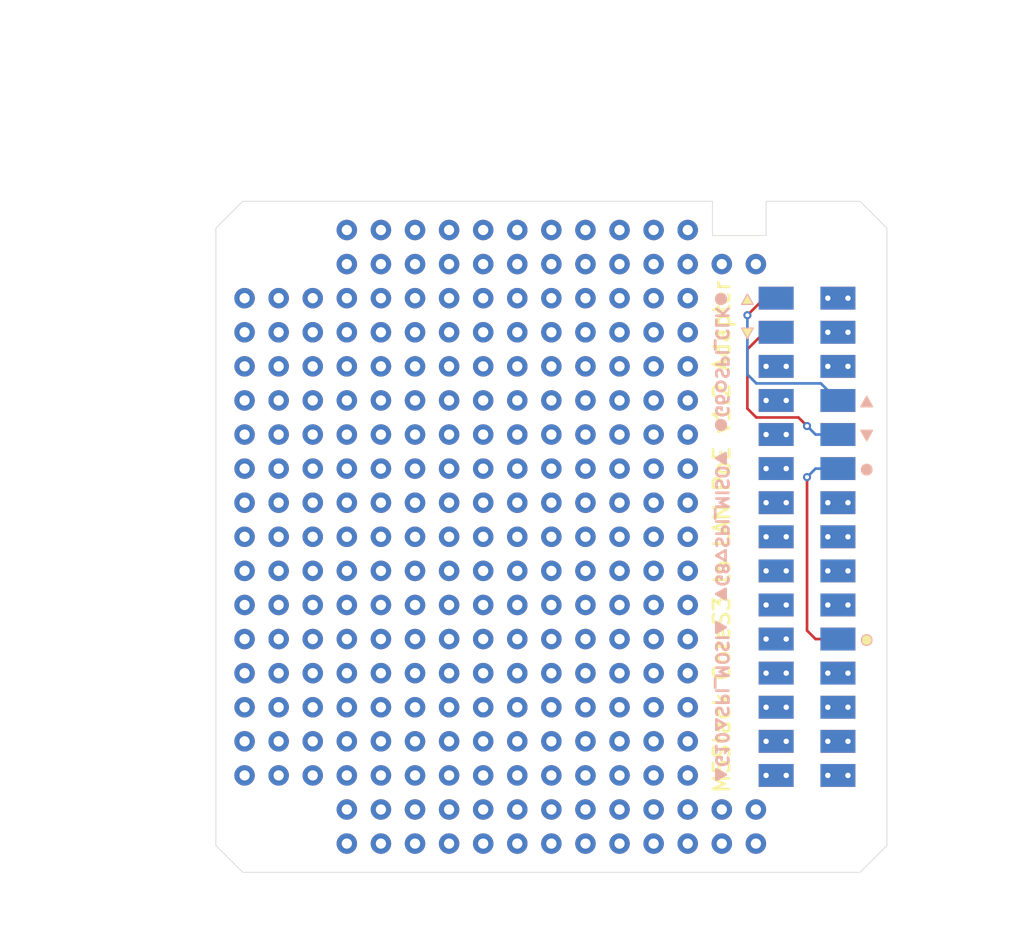
<source format=kicad_pcb>
(kicad_pcb (version 20240108) (generator "pcbnew") (generator_version "8.0")
  (title_block (title "M5Stack CoreS3 to LAN PoE v1.2 Adapter") (date "2025-08-14") (rev "1.0") (company "https://github.com/rtyle") (comment 1 "https://github.com/m5stack/M5_Hardware/tree/master/PCB/Module") (comment 2 "https://docs.m5stack.com/en/base/lan_poe_v12") (comment 3 "https://docs.m5stack.com/en/accessory/bus_socket"))
  (layers (0 "F.Cu" signal "Top Layer") (31 "B.Cu" signal "Bottom Layer") (34 "B.Paste" user "Bottom Paste") (35 "F.Paste" user "Top Paste") (36 "B.SilkS" user "Bottom Overlay") (37 "F.SilkS" user "Top Overlay") (38 "B.Mask" user "Bottom Solder") (39 "F.Mask" user "Top Solder") (44 "Edge.Cuts" user))
  (net 0 "")
  (net 1 "/BAT")
  (net 2 "/G9·CS")
  (net 3 "/G13{slash}I2S_DOUT·RS232_TX{slash}RS485_TX")
  (net 4 "/G43{slash}TXD0·")
  (net 5 "/HPWR0")
  (net 6 "/G0{slash}I2S_LRCK·")
  (net 7 "/G5·")
  (net 8 "/GND1")
  (net 9 "/G6·SPI_CLK")
  (net 10 "/G44{slash}RXD0·")
  (net 11 "/G12{slash}In_SDA·")
  (net 12 "/HPWR1")
  (net 13 "/G17{slash}PC_TX·")
  (net 14 "/GND0")
  (net 15 "/GND2")
  (net 16 "/3V3")
  (net 17 "/G10·SPI_MOSI")
  (net 18 "/G1{slash}PA_SCL·RS232_RX{slash}RS485_RX")
  (net 19 "/G18{slash}PC_RX·")
  (net 20 "/HPWR2")
  (net 21 "/G8·SPI_MISO")
  (net 22 "/RST{slash}EN·")
  (net 23 "/G14{slash}I2S_DIN·INT")
  (net 24 "/G2{slash}PA_SDA·")
  (net 25 "/5V")
  (net 28 "/G11{slash}In_CL·")
  (net 29 "/G7·RST")
  (footprint "m5stack:MountingHole_2.0mm_M5Stack" (layer "F.Cu") (at 107 103)
    (property "Reference" "REF**" (hide yes))
    (property "Value" "MountingHole_2.0mm_M5Stack")
  )
  (footprint "m5stack:M5Stack Proto Grid" (layer "F.Cu") (at 125 125)
    (property "Reference" "REF**" (hide yes))
    (property "Value" "M5Stack Proto Grid")
  )
  (footprint "m5stack:MountingHole_2.0mm_M5Stack" (layer "F.Cu") (at 107 147)
    (property "Reference" "REF**" (hide yes))
    (property "Value" "MountingHole_2.0mm_M5Stack")
  )
  (footprint "m5stack:MountingHole_3.1mm_M3_M5Stack" (layer "F.Cu") (at 103 147)
    (property "Reference" "REF**" (hide yes))
    (property "Value" "MountingHole_3.1mm_M3_M5Stack")
  )
  (footprint "m5stack:MountingHole_2.0mm_M5Stack" (layer "F.Cu") (at 143 103)
    (property "Reference" "REF**" (hide yes))
    (property "Value" "MountingHole_2.0mm_M5Stack")
  )
  (footprint "m5stack:MountingHole_2.0mm_M5Stack" (layer "F.Cu") (at 143 147)
    (property "Reference" "REF**" (hide yes))
    (property "Value" "MountingHole_2.0mm_M5Stack")
  )
  (footprint "m5stack:PinHeader_2x15_P2.54mm_Vertical_SMD_M5Stack_A001" (layer "F.Cu") (at 144.05 125)
    (property "Reference" "J1" (hide yes))
    (property "Value" "M5Stack A001 PinHeader")
  )
  (footprint "m5stack:MountingHole_3.1mm_M3_M5Stack" (layer "F.Cu") (at 147 147)
    (property "Reference" "REF**" (hide yes))
    (property "Value" "MountingHole_3.1mm_M3_M5Stack")
  )
  (footprint "m5stack:MountingHole_3.1mm_M3_M5Stack" (layer "F.Cu") (at 103 103)
    (property "Reference" "REF**" (hide yes))
    (property "Value" "MountingHole_3.1mm_M3_M5Stack")
  )
  (footprint "m5stack:MountingHole_3.1mm_M3_M5Stack" (layer "F.Cu") (at 147 103)
    (property "Reference" "REF**" (hide yes))
    (property "Value" "MountingHole_3.1mm_M3_M5Stack")
  )
  (footprint "m5stack:PinSocket_2x15_P2.54mm_Vertical_SMD_M5Stack_A001" (layer "B.Cu") (at 144.05 125 180)
    (property "Reference" "J2" (hide yes))
    (property "Value" "M5Stack A001 PinSocket")
  )
  (gr_poly (pts (xy 150 102) (xy 148 100) (xy 141 100) (xy 141 102.55) (xy 137 102.55) (xy 137 100) (xy 102 100) (xy 100 102) (xy 100 148) (xy 102 150) (xy 148 150) (xy 150 148)) (stroke (width 0.05)) (fill none) (layer "Edge.Cuts"))
  (gr_text "▽" (at 139.605 109.76 0) (layer "B.SilkS") (effects (font (size 1 1) (thickness 0.1) (bold yes))))
  (gr_text "△" (at 139.605 107.22 0) (layer "B.SilkS") (effects (font (size 1 1) (thickness 0.1) (bold yes))))
  (gr_text "○" (at 148.495 132.62 0) (layer "B.SilkS") (effects (font (size 1 1) (thickness 0.1) (bold yes))))
  (gr_text "●" (at 148.495 119.92 0) (layer "B.SilkS") (effects (font (size 1 1) (thickness 0.1) (bold yes))))
  (gr_text "▼" (at 148.495 117.38 0) (layer "B.SilkS") (effects (font (size 1 1) (thickness 0.1) (bold yes))))
  (gr_text "▲G10△SPI_MOSI▲  ▼G8▽SPI_MISO▼  ●G6○SPI_CLK●" (at 137.7 125 270) (layer "B.SilkS") (effects (font (size 0.9 0.9) (thickness 0.2)) (justify mirror)))
  (gr_text "▲" (at 148.495 114.84 0) (layer "B.SilkS") (effects (font (size 1 1) (thickness 0.1) (bold yes))))
  (gr_text "○" (at 148.495 119.92 0) (layer "F.SilkS") (effects (font (size 1 1) (thickness 0.1) (bold yes))))
  (gr_text "▼" (at 139.605 109.76 0) (layer "F.SilkS") (effects (font (size 1 1) (thickness 0.1) (bold yes))))
  (gr_text "▲" (at 139.605 107.22 0) (layer "F.SilkS") (effects (font (size 1 1) (thickness 0.1) (bold yes))))
  (gr_text "M5Stack CoreS3 to LAN PoE v1.2 Adapter" (at 137.7 125 90) (layer "F.SilkS") (effects (font (size 1.2 1.2) (thickness 0.2) (bold yes))))
  (gr_text "●" (at 148.495 132.62 0) (layer "F.SilkS") (effects (font (size 1 1) (thickness 0.1) (bold yes))))
  (gr_text "▽" (at 148.495 117.38 0) (layer "F.SilkS") (effects (font (size 1 1) (thickness 0.1) (bold yes))))
  (gr_text "△" (at 148.495 114.84 0) (layer "F.SilkS") (effects (font (size 1 1) (thickness 0.1) (bold yes))))
  (via (at 141 142.78) (size 0.7) (drill 0.4) (layers "F.Cu" "B.Cu") (net 1))
  (via (at 142.5 142.78) (size 0.7) (drill 0.4) (layers "F.Cu" "B.Cu") (net 1))
  (via (at 142.5 117.38) (size 0.7) (drill 0.4) (layers "F.Cu" "B.Cu") (net 2))
  (via (at 141 117.38) (size 0.7) (drill 0.4) (layers "F.Cu" "B.Cu") (net 2))
  (via (at 145.6 135.16) (size 0.7) (drill 0.4) (layers "F.Cu" "B.Cu") (net 3))
  (via (at 147.1 135.16) (size 0.7) (drill 0.4) (layers "F.Cu" "B.Cu") (net 3))
  (via (at 142.5 122.46) (size 0.7) (drill 0.4) (layers "F.Cu" "B.Cu") (net 4))
  (via (at 141 122.46) (size 0.7) (drill 0.4) (layers "F.Cu" "B.Cu") (net 4))
  (via (at 147.1 137.7) (size 0.7) (drill 0.4) (layers "F.Cu" "B.Cu") (net 5))
  (via (at 145.6 137.7) (size 0.7) (drill 0.4) (layers "F.Cu" "B.Cu") (net 5))
  (via (at 141 135.16) (size 0.7) (drill 0.4) (layers "F.Cu" "B.Cu") (net 6))
  (via (at 142.5 135.16) (size 0.7) (drill 0.4) (layers "F.Cu" "B.Cu") (net 6))
  (via (at 142.5 114.84) (size 0.7) (drill 0.4) (layers "F.Cu" "B.Cu") (net 7))
  (via (at 141 114.84) (size 0.7) (drill 0.4) (layers "F.Cu" "B.Cu") (net 7))
  (via (at 147.1 109.76) (size 0.7) (drill 0.4) (layers "F.Cu" "B.Cu") (net 8))
  (via (at 145.6 109.76) (size 0.7) (drill 0.4) (layers "F.Cu" "B.Cu") (net 8))
  (segment (start 144.685 132.62) (end 144.05 131.985) (width 0.2) (layer "F.Cu") (net 9))
  (segment (start 146.35 132.62) (end 144.685 132.62) (width 0.2) (layer "F.Cu") (net 9))
  (segment (start 144.05 131.985) (end 144.05 120.555) (width 0.2) (layer "F.Cu") (net 9))
  (via (at 144.05 120.555) (size 0.6) (drill 0.3) (layers "F.Cu" "B.Cu") (net 9))
  (segment (start 144.685 119.92) (end 146.35 119.92) (width 0.2) (layer "B.Cu") (net 9))
  (segment (start 144.05 120.555) (end 144.685 119.92) (width 0.2) (layer "B.Cu") (net 9))
  (via (at 145.6 122.46) (size 0.7) (drill 0.4) (layers "F.Cu" "B.Cu") (net 10))
  (via (at 147.1 122.46) (size 0.7) (drill 0.4) (layers "F.Cu" "B.Cu") (net 10))
  (via (at 145.6 127.54) (size 0.7) (drill 0.4) (layers "F.Cu" "B.Cu") (net 11))
  (via (at 147.1 127.54) (size 0.7) (drill 0.4) (layers "F.Cu" "B.Cu") (net 11))
  (via (at 147.1 140.24) (size 0.7) (drill 0.4) (layers "F.Cu" "B.Cu") (net 12))
  (via (at 145.6 140.24) (size 0.7) (drill 0.4) (layers "F.Cu" "B.Cu") (net 12))
  (via (at 142.5 125) (size 0.7) (drill 0.4) (layers "F.Cu" "B.Cu") (net 13))
  (via (at 141 125) (size 0.7) (drill 0.4) (layers "F.Cu" "B.Cu") (net 13))
  (via (at 145.6 107.22) (size 0.7) (drill 0.4) (layers "F.Cu" "B.Cu") (net 14))
  (via (at 147.1 107.22) (size 0.7) (drill 0.4) (layers "F.Cu" "B.Cu") (net 14))
  (via (at 145.6 112.3) (size 0.7) (drill 0.4) (layers "F.Cu" "B.Cu") (net 15))
  (via (at 147.1 112.3) (size 0.7) (drill 0.4) (layers "F.Cu" "B.Cu") (net 15))
  (via (at 142.5 119.92) (size 0.7) (drill 0.4) (layers "F.Cu" "B.Cu") (net 16))
  (via (at 141 119.92) (size 0.7) (drill 0.4) (layers "F.Cu" "B.Cu") (net 16))
  (segment (start 141.75 107.22) (end 140.875 107.22) (width 0.2) (layer "F.Cu") (net 17))
  (segment (start 140.875 107.22) (end 139.605 108.49) (width 0.2) (layer "F.Cu") (net 17))
  (via (at 139.605 108.49) (size 0.6) (drill 0.3) (layers "F.Cu" "B.Cu") (net 17))
  (segment (start 139.605 108.49) (end 139.605 112.905) (width 0.2) (layer "B.Cu") (net 17))
  (segment (start 145.08 113.57) (end 146.35 114.84) (width 0.2) (layer "B.Cu") (net 17))
  (segment (start 139.605 112.905) (end 140.27 113.57) (width 0.2) (layer "B.Cu") (net 17))
  (segment (start 140.27 113.57) (end 145.08 113.57) (width 0.2) (layer "B.Cu") (net 17))
  (via (at 142.5 130.08) (size 0.7) (drill 0.4) (layers "F.Cu" "B.Cu") (net 18))
  (via (at 141 130.08) (size 0.7) (drill 0.4) (layers "F.Cu" "B.Cu") (net 18))
  (via (at 147.1 125) (size 0.7) (drill 0.4) (layers "F.Cu" "B.Cu") (net 19))
  (via (at 145.6 125) (size 0.7) (drill 0.4) (layers "F.Cu" "B.Cu") (net 19))
  (via (at 145.6 142.78) (size 0.7) (drill 0.4) (layers "F.Cu" "B.Cu") (net 20))
  (via (at 147.1 142.78) (size 0.7) (drill 0.4) (layers "F.Cu" "B.Cu") (net 20))
  (segment (start 139.605 111.03) (end 139.605 115.445) (width 0.2) (layer "F.Cu") (net 21))
  (segment (start 143.415 116.11) (end 144.05 116.745) (width 0.2) (layer "F.Cu") (net 21))
  (segment (start 140.27 116.11) (end 143.415 116.11) (width 0.2) (layer "F.Cu") (net 21))
  (segment (start 140.875 109.76) (end 139.605 111.03) (width 0.2) (layer "F.Cu") (net 21))
  (segment (start 139.605 115.445) (end 140.27 116.11) (width 0.2) (layer "F.Cu") (net 21))
  (segment (start 141.75 109.76) (end 140.875 109.76) (width 0.2) (layer "F.Cu") (net 21))
  (via (at 144.05 116.745) (size 0.6) (drill 0.3) (layers "F.Cu" "B.Cu") (net 21))
  (segment (start 144.685 117.38) (end 144.05 116.745) (width 0.2) (layer "B.Cu") (net 21))
  (segment (start 146.35 117.38) (end 144.685 117.38) (width 0.2) (layer "B.Cu") (net 21))
  (via (at 142.5 112.3) (size 0.7) (drill 0.4) (layers "F.Cu" "B.Cu") (net 22))
  (via (at 141 112.3) (size 0.7) (drill 0.4) (layers "F.Cu" "B.Cu") (net 22))
  (via (at 141 137.7) (size 0.7) (drill 0.4) (layers "F.Cu" "B.Cu") (net 23))
  (via (at 142.5 137.7) (size 0.7) (drill 0.4) (layers "F.Cu" "B.Cu") (net 23))
  (via (at 147.1 130.08) (size 0.7) (drill 0.4) (layers "F.Cu" "B.Cu") (net 24))
  (via (at 145.6 130.08) (size 0.7) (drill 0.4) (layers "F.Cu" "B.Cu") (net 24))
  (via (at 141 140.24) (size 0.7) (drill 0.4) (layers "F.Cu" "B.Cu") (net 25))
  (via (at 142.5 140.24) (size 0.7) (drill 0.4) (layers "F.Cu" "B.Cu") (net 25))
  (via (at 141 127.54) (size 0.7) (drill 0.4) (layers "F.Cu" "B.Cu") (net 28))
  (via (at 142.5 127.54) (size 0.7) (drill 0.4) (layers "F.Cu" "B.Cu") (net 28))
  (via (at 141 132.62) (size 0.7) (drill 0.4) (layers "F.Cu" "B.Cu") (net 29))
  (via (at 142.5 132.62) (size 0.7) (drill 0.4) (layers "F.Cu" "B.Cu") (net 29))
)
</source>
